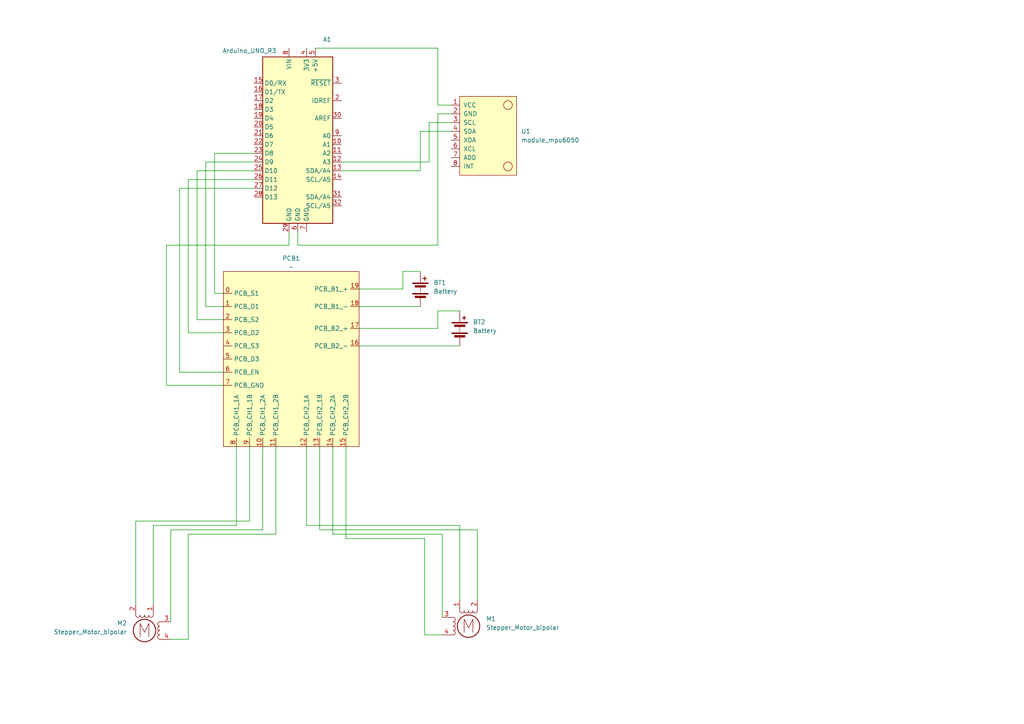
<source format=kicad_sch>
(kicad_sch (version 20231120) (generator "eeschema") (generator_version "8.0")
  (paper "A4")
  (title_block (title "Top Level BalanceBot Schematic") (rev "1"))
  (lib_symbols
    (symbol "BalanceBotSymbolLibrary:BalanceBotPCB" (on_board no)
      (property "Reference" "PCB" (at 0 -2.032 0))
      (symbol "BalanceBotPCB_0_1"
        (rectangle (start -19.05 0) (end 20.32 -50.8) (fill (type background)))
      )
      (symbol "BalanceBotPCB_1_1"
        (pin input line (at -19.05 -6.35 0) (length 2.54) (name "PCB_S1") (number "0"))
        (pin input line (at -19.05 -10.16 0) (length 2.54) (name "PCB_D1") (number "1"))
        (pin input line (at -7.62 -50.8 90) (length 2.54) (name "PCB_CH1_2A") (number "10"))
        (pin input line (at -3.81 -50.8 90) (length 2.54) (name "PCB_CH1_2B") (number "11"))
        (pin input line (at 5.08 -50.8 90) (length 2.54) (name "PCB_CH2_1A") (number "12"))
        (pin input line (at 8.89 -50.8 90) (length 2.54) (name "PCB_CH2_1B") (number "13"))
        (pin input line (at 12.7 -50.8 90) (length 2.54) (name "PCB_CH2_2A") (number "14"))
        (pin input line (at 16.51 -50.8 90) (length 2.54) (name "PCB_CH2_2B") (number "15"))
        (pin power_in line (at 20.32 -21.59 180) (length 2.54) (name "PCB_B2_-") (number "16"))
        (pin power_in line (at 20.32 -16.51 180) (length 2.54) (name "PCB_B2_+") (number "17"))
        (pin power_in line (at 20.32 -10.16 180) (length 2.54) (name "PCB_B1_-") (number "18"))
        (pin power_in line (at 20.32 -5.08 180) (length 2.54) (name "PCB_B1_+") (number "19"))
        (pin input line (at -19.05 -13.97 0) (length 2.54) (name "PCB_S2") (number "2"))
        (pin input line (at -19.05 -17.78 0) (length 2.54) (name "PCB_D2") (number "3"))
        (pin input line (at -19.05 -21.59 0) (length 2.54) (name "PCB_S3") (number "4"))
        (pin input line (at -19.05 -25.4 0) (length 2.54) (name "PCB_D3") (number "5"))
        (pin input line (at -19.05 -29.21 0) (length 2.54) (name "PCB_EN") (number "6"))
        (pin input line (at -19.05 -33.02 0) (length 2.54) (name "PCB_GND") (number "7"))
        (pin input line (at -15.24 -50.8 90) (length 2.54) (name "PCB_CH1_1A") (number "8"))
        (pin input line (at -11.43 -50.8 90) (length 2.54) (name "PCB_CH1_1B") (number "9"))
      )
    )
    (symbol "Device:Battery" (pin_numbers hide) (pin_names (offset 0) hide)
      (property "Reference" "BT" (at 2.54 2.54 0))
      (property "Value" "Battery" (at 2.54 0 0))
      (symbol "Battery_0_1"
        (rectangle (start -2.286 -1.27) (end 2.286 -1.524) (fill (type outline)))
        (rectangle (start -2.286 1.778) (end 2.286 1.524) (fill (type outline)))
        (rectangle (start -1.524 -2.032) (end 1.524 -2.54) (fill (type outline)))
        (rectangle (start -1.524 1.016) (end 1.524 0.508) (fill (type outline)))
        (polyline (pts (xy 0 -1.016) (xy 0 -0.762)))
        (polyline (pts (xy 0 -0.508) (xy 0 -0.254)))
        (polyline (pts (xy 0 0) (xy 0 0.254)))
        (polyline (pts (xy 0 1.778) (xy 0 2.54)))
        (polyline (pts (xy 0.762 3.048) (xy 1.778 3.048)) (stroke (width 0.254)))
        (polyline (pts (xy 1.27 3.556) (xy 1.27 2.54)) (stroke (width 0.254)))
      )
      (symbol "Battery_1_1"
        (pin passive line (at 0 5.08 270) (length 2.54) (name "+") (number "1"))
        (pin passive line (at 0 -5.08 90) (length 2.54) (name "-") (number "2"))
      )
    )
    (symbol "MCU_Module:Arduino_UNO_R3"
      (property "Reference" "A" (at -10.16 23.495 0))
      (property "Value" "Arduino_UNO_R3" (at 5.08 -26.67 0))
      (symbol "Arduino_UNO_R3_0_1"
        (rectangle (start -10.16 22.86) (end 10.16 -25.4) (stroke (width 0.254)) (fill (type background)))
      )
      (symbol "Arduino_UNO_R3_1_1"
        (pin no_connect line (at -10.16 -20.32 0) (length 2.54) hide (name "NC") (number "1"))
        (pin bidirectional line (at 12.7 -2.54 180) (length 2.54) (name "A1") (number "10"))
        (pin bidirectional line (at 12.7 -5.08 180) (length 2.54) (name "A2") (number "11"))
        (pin bidirectional line (at 12.7 -7.62 180) (length 2.54) (name "A3") (number "12"))
        (pin bidirectional line (at 12.7 -10.16 180) (length 2.54) (name "SDA/A4") (number "13"))
        (pin bidirectional line (at 12.7 -12.7 180) (length 2.54) (name "SCL/A5") (number "14"))
        (pin bidirectional line (at -12.7 15.24 0) (length 2.54) (name "D0/RX") (number "15"))
        (pin bidirectional line (at -12.7 12.7 0) (length 2.54) (name "D1/TX") (number "16"))
        (pin bidirectional line (at -12.7 10.16 0) (length 2.54) (name "D2") (number "17"))
        (pin bidirectional line (at -12.7 7.62 0) (length 2.54) (name "D3") (number "18"))
        (pin bidirectional line (at -12.7 5.08 0) (length 2.54) (name "D4") (number "19"))
        (pin output line (at 12.7 10.16 180) (length 2.54) (name "IOREF") (number "2"))
        (pin bidirectional line (at -12.7 2.54 0) (length 2.54) (name "D5") (number "20"))
        (pin bidirectional line (at -12.7 0 0) (length 2.54) (name "D6") (number "21"))
        (pin bidirectional line (at -12.7 -2.54 0) (length 2.54) (name "D7") (number "22"))
        (pin bidirectional line (at -12.7 -5.08 0) (length 2.54) (name "D8") (number "23"))
        (pin bidirectional line (at -12.7 -7.62 0) (length 2.54) (name "D9") (number "24"))
        (pin bidirectional line (at -12.7 -10.16 0) (length 2.54) (name "D10") (number "25"))
        (pin bidirectional line (at -12.7 -12.7 0) (length 2.54) (name "D11") (number "26"))
        (pin bidirectional line (at -12.7 -15.24 0) (length 2.54) (name "D12") (number "27"))
        (pin bidirectional line (at -12.7 -17.78 0) (length 2.54) (name "D13") (number "28"))
        (pin power_in line (at -2.54 -27.94 90) (length 2.54) (name "GND") (number "29"))
        (pin input line (at 12.7 15.24 180) (length 2.54) (name "~{RESET}") (number "3"))
        (pin input line (at 12.7 5.08 180) (length 2.54) (name "AREF") (number "30"))
        (pin bidirectional line (at 12.7 -17.78 180) (length 2.54) (name "SDA/A4") (number "31"))
        (pin bidirectional line (at 12.7 -20.32 180) (length 2.54) (name "SCL/A5") (number "32"))
        (pin power_out line (at 2.54 25.4 270) (length 2.54) (name "3V3") (number "4"))
        (pin power_out line (at 5.08 25.4 270) (length 2.54) (name "+5V") (number "5"))
        (pin power_in line (at 0 -27.94 90) (length 2.54) (name "GND") (number "6"))
        (pin power_in line (at 2.54 -27.94 90) (length 2.54) (name "GND") (number "7"))
        (pin power_in line (at -2.54 25.4 270) (length 2.54) (name "VIN") (number "8"))
        (pin bidirectional line (at 12.7 0 180) (length 2.54) (name "A0") (number "9"))
      )
    )
    (symbol "Motor:Stepper_Motor_bipolar" (pin_names (offset 0) hide)
      (property "Reference" "M" (at 3.81 2.54 0))
      (property "Value" "Stepper_Motor_bipolar" (at 3.81 1.27 0))
      (symbol "Stepper_Motor_bipolar_0_0"
        (polyline (pts (xy -1.27 -1.778) (xy -1.27 2.032) (xy 0 -0.508) (xy 1.27 2.032) (xy 1.27 -1.778)))
      )
      (symbol "Stepper_Motor_bipolar_0_1"
        (arc (start -4.445 -2.54) (mid -3.8127 -1.905) (end -4.445 -1.27))
        (arc (start -4.445 -1.27) (mid -3.8127 -0.635) (end -4.445 0))
        (arc (start -4.445 0) (mid -3.8127 0.635) (end -4.445 1.27))
        (arc (start -4.445 1.27) (mid -3.8127 1.905) (end -4.445 2.54))
        (arc (start -2.54 4.445) (mid -1.905 3.8127) (end -1.27 4.445))
        (arc (start -1.27 4.445) (mid -0.635 3.8127) (end 0 4.445))
        (polyline (pts (xy -5.08 -2.54) (xy -4.445 -2.54)))
        (polyline (pts (xy -5.08 2.54) (xy -4.445 2.54)))
        (polyline (pts (xy -2.54 5.08) (xy -2.54 4.445)))
        (polyline (pts (xy 2.54 5.08) (xy 2.54 4.445)))
        (circle (center 0 0) (radius 3.2512) (stroke (width 0.254)))
        (arc (start 0 4.445) (mid 0.635 3.8127) (end 1.27 4.445))
        (arc (start 1.27 4.445) (mid 1.905 3.8127) (end 2.54 4.445))
      )
      (symbol "Stepper_Motor_bipolar_1_1"
        (pin passive line (at -2.54 7.62 270) (length 2.54) (name "~") (number "1"))
        (pin passive line (at 2.54 7.62 270) (length 2.54) (name "-") (number "2"))
        (pin passive line (at -7.62 2.54 0) (length 2.54) (name "~") (number "3"))
        (pin passive line (at -7.62 -2.54 0) (length 2.54) (name "~") (number "4"))
      )
    )
    (symbol "usini_sensors:module_mpu6050" (pin_names (offset 1.016))
      (property "Reference" "U" (at 2.54 21.59 0))
      (property "Value" "module_mpu6050" (at 11.43 -3.81 0))
      (symbol "module_mpu6050_0_1"
        (rectangle (start 2.54 20.32) (end 19.05 -2.54) (fill (type background)))
        (circle (center 16.51 0) (radius 1.27))
        (circle (center 16.51 17.78) (radius 1.27))
      )
      (symbol "module_mpu6050_1_1"
        (pin input line (at 0 17.78 0) (length 2.54) (name "VCC") (number "1"))
        (pin input line (at 0 15.24 0) (length 2.54) (name "GND") (number "2"))
        (pin input line (at 0 12.7 0) (length 2.54) (name "SCL") (number "3"))
        (pin input line (at 0 10.16 0) (length 2.54) (name "SDA") (number "4"))
        (pin input line (at 0 7.62 0) (length 2.54) (name "XDA") (number "5"))
        (pin input line (at 0 5.08 0) (length 2.54) (name "XCL") (number "6"))
        (pin input line (at 0 2.54 0) (length 2.54) (name "ADD") (number "7"))
        (pin input line (at 0 0 0) (length 2.54) (name "INT") (number "8"))
      )
    )
  )
  (wire (pts (xy 72.39 151.13) (xy 72.39 129.54)))
  (wire (pts (xy 86.36 71.12) (xy 86.36 67.31)))
  (wire (pts (xy 130.81 33.02) (xy 127 33.02)))
  (wire (pts (xy 123.19 156.21) (xy 100.33 156.21)))
  (wire (pts (xy 127 30.48) (xy 127 13.97)))
  (wire (pts (xy 59.69 88.9) (xy 59.69 46.99)))
  (wire (pts (xy 54.61 52.07) (xy 73.66 52.07)))
  (wire (pts (xy 128.27 184.15) (xy 123.19 184.15)))
  (wire (pts (xy 116.84 78.74) (xy 121.92 78.74)))
  (wire (pts (xy 133.35 152.4) (xy 88.9 152.4)))
  (wire (pts (xy 128.27 154.94) (xy 96.52 154.94)))
  (wire (pts (xy 88.9 152.4) (xy 88.9 129.54)))
  (wire (pts (xy 49.53 153.67) (xy 76.2 153.67)))
  (wire (pts (xy 123.19 184.15) (xy 123.19 156.21)))
  (wire (pts (xy 54.61 154.94) (xy 80.01 154.94)))
  (wire (pts (xy 99.06 49.53) (xy 121.92 49.53)))
  (wire (pts (xy 130.81 30.48) (xy 127 30.48)))
  (wire (pts (xy 44.45 175.26) (xy 44.45 152.4)))
  (wire (pts (xy 39.37 175.26) (xy 39.37 151.13)))
  (wire (pts (xy 54.61 96.52) (xy 54.61 52.07)))
  (wire (pts (xy 104.14 95.25) (xy 127 95.25)))
  (wire (pts (xy 62.23 85.09) (xy 62.23 44.45)))
  (wire (pts (xy 138.43 153.67) (xy 92.71 153.67)))
  (wire (pts (xy 48.26 111.76) (xy 48.26 71.12)))
  (wire (pts (xy 124.46 46.99) (xy 99.06 46.99)))
  (wire (pts (xy 104.14 88.9) (xy 121.92 88.9)))
  (wire (pts (xy 64.77 111.76) (xy 48.26 111.76)))
  (wire (pts (xy 52.07 54.61) (xy 73.66 54.61)))
  (wire (pts (xy 128.27 179.07) (xy 128.27 154.94)))
  (wire (pts (xy 133.35 173.99) (xy 133.35 152.4)))
  (wire (pts (xy 104.14 100.33) (xy 133.35 100.33)))
  (wire (pts (xy 127 95.25) (xy 127 90.17)))
  (wire (pts (xy 64.77 107.95) (xy 52.07 107.95)))
  (wire (pts (xy 68.58 152.4) (xy 68.58 129.54)))
  (wire (pts (xy 48.26 71.12) (xy 83.82 71.12)))
  (wire (pts (xy 57.15 49.53) (xy 73.66 49.53)))
  (wire (pts (xy 124.46 35.56) (xy 124.46 46.99)))
  (wire (pts (xy 59.69 46.99) (xy 73.66 46.99)))
  (wire (pts (xy 49.53 180.34) (xy 49.53 153.67)))
  (wire (pts (xy 64.77 88.9) (xy 59.69 88.9)))
  (wire (pts (xy 127 33.02) (xy 127 71.12)))
  (wire (pts (xy 83.82 71.12) (xy 83.82 67.31)))
  (wire (pts (xy 64.77 96.52) (xy 54.61 96.52)))
  (wire (pts (xy 44.45 152.4) (xy 68.58 152.4)))
  (wire (pts (xy 52.07 107.95) (xy 52.07 54.61)))
  (wire (pts (xy 92.71 153.67) (xy 92.71 129.54)))
  (wire (pts (xy 127 71.12) (xy 86.36 71.12)))
  (wire (pts (xy 127 90.17) (xy 133.35 90.17)))
  (wire (pts (xy 49.53 185.42) (xy 54.61 185.42)))
  (wire (pts (xy 130.81 35.56) (xy 124.46 35.56)))
  (wire (pts (xy 57.15 92.71) (xy 57.15 49.53)))
  (wire (pts (xy 138.43 173.99) (xy 138.43 153.67)))
  (wire (pts (xy 80.01 154.94) (xy 80.01 129.54)))
  (wire (pts (xy 130.81 38.1) (xy 121.92 38.1)))
  (wire (pts (xy 116.84 83.82) (xy 116.84 78.74)))
  (wire (pts (xy 104.14 83.82) (xy 116.84 83.82)))
  (wire (pts (xy 64.77 92.71) (xy 57.15 92.71)))
  (wire (pts (xy 127 13.97) (xy 91.44 13.97)))
  (wire (pts (xy 54.61 185.42) (xy 54.61 154.94)))
  (wire (pts (xy 76.2 153.67) (xy 76.2 129.54)))
  (wire (pts (xy 39.37 151.13) (xy 72.39 151.13)))
  (wire (pts (xy 96.52 154.94) (xy 96.52 129.54)))
  (wire (pts (xy 62.23 44.45) (xy 73.66 44.45)))
  (wire (pts (xy 64.77 85.09) (xy 62.23 85.09)))
  (wire (pts (xy 121.92 38.1) (xy 121.92 49.53)))
  (wire (pts (xy 100.33 156.21) (xy 100.33 129.54)))
  (symbol (lib_id "BalanceBotSymbolLibrary:BalanceBotPCB") (at 83.82 78.74 0) (unit 1) (on_board no)
    (property "Reference" "PCB1" (at 84.455 74.93 0))
    (property "Value" "~" (at 84.455 77.47 0))
  )
  (symbol (lib_id "usini_sensors:module_mpu6050") (at 130.81 48.26 0) (unit 1)
    (property "Reference" "U1" (at 151.13 38.0999 0) (effects (justify left)))
    (property "Value" "module_mpu6050" (at 151.13 40.6399 0) (effects (justify left)))
    (property "Footprint" "usini_sensors:module_mpu6050" (effects (hide yes)))
  )
  (symbol (lib_id "Motor:Stepper_Motor_bipolar") (at 41.91 182.88 0) (mirror y) (unit 1)
    (property "Reference" "M2" (at 36.83 180.759 0) (effects (justify left)))
    (property "Value" "Stepper_Motor_bipolar" (at 36.83 183.299 0) (effects (justify left)))
    (property "Datasheet" "http://www.infineon.com/dgdl/Application-Note-TLE8110EE_driving_UniPolarStepperMotor_V1.1.pdf?fileId=db3a30431be39b97011be5d0aa0a00b0" (effects (hide yes)))
    (property "Description" "4-wire bipolar stepper motor" (effects (hide yes)))
  )
  (symbol (lib_id "MCU_Module:Arduino_UNO_R3") (at 86.36 39.37 0) (unit 1)
    (property "Reference" "A1" (at 93.6341 11.43 0) (effects (justify left)))
    (property "Value" "Arduino_UNO_R3" (at 64.516 14.732 0) (effects (justify left)))
    (property "Footprint" "Module:Arduino_UNO_R3" (effects (hide yes)))
    (property "Datasheet" "https://www.arduino.cc/en/Main/arduinoBoardUno" (effects (hide yes)))
    (property "Description" "Arduino UNO Microcontroller Module, release 3" (effects (hide yes)))
  )
  (symbol (lib_id "Motor:Stepper_Motor_bipolar") (at 135.89 181.61 0) (unit 1)
    (property "Reference" "M1" (at 140.97 179.489 0) (effects (justify left)))
    (property "Value" "Stepper_Motor_bipolar" (at 140.97 182.029 0) (effects (justify left)))
    (property "Datasheet" "http://www.infineon.com/dgdl/Application-Note-TLE8110EE_driving_UniPolarStepperMotor_V1.1.pdf?fileId=db3a30431be39b97011be5d0aa0a00b0" (effects (hide yes)))
    (property "Description" "4-wire bipolar stepper motor" (effects (hide yes)))
  )
  (symbol (lib_id "Device:Battery") (at 121.92 83.82 0) (unit 1)
    (property "Reference" "BT1" (at 125.73 81.9784 0) (effects (justify left)))
    (property "Value" "Battery" (at 125.73 84.5184 0) (effects (justify left)))
    (property "Description" "Multiple-cell battery" (effects (hide yes)))
  )
  (symbol (lib_id "Device:Battery") (at 133.35 95.25 0) (unit 1)
    (property "Reference" "BT2" (at 137.16 93.4084 0) (effects (justify left)))
    (property "Value" "Battery" (at 137.16 95.9484 0) (effects (justify left)))
    (property "Description" "Multiple-cell battery" (effects (hide yes)))
  )
)
</source>
